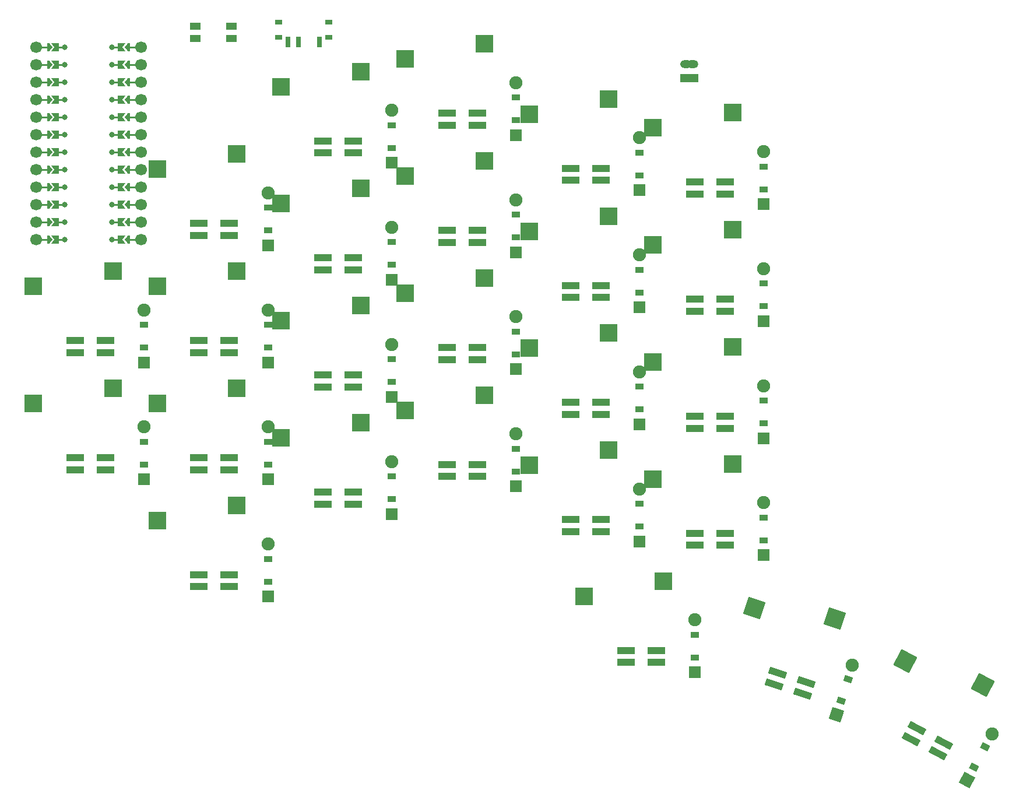
<source format=gbr>
%TF.GenerationSoftware,KiCad,Pcbnew,9.0.6*%
%TF.CreationDate,2025-11-09T20:29:50+01:00*%
%TF.ProjectId,main_pcb,6d61696e-5f70-4636-922e-6b696361645f,v1.0.0*%
%TF.SameCoordinates,Original*%
%TF.FileFunction,Copper,L1,Top*%
%TF.FilePolarity,Positive*%
%FSLAX46Y46*%
G04 Gerber Fmt 4.6, Leading zero omitted, Abs format (unit mm)*
G04 Created by KiCad (PCBNEW 9.0.6) date 2025-11-09 20:29:50*
%MOMM*%
%LPD*%
G01*
G04 APERTURE LIST*
G04 Aperture macros list*
%AMRotRect*
0 Rectangle, with rotation*
0 The origin of the aperture is its center*
0 $1 length*
0 $2 width*
0 $3 Rotation angle, in degrees counterclockwise*
0 Add horizontal line*
21,1,$1,$2,0,0,$3*%
%AMFreePoly0*
4,1,6,0.250000,0.000000,-0.250000,-0.625000,-0.500000,-0.625000,-0.500000,0.625000,-0.250000,0.625000,0.250000,0.000000,0.250000,0.000000,$1*%
%AMFreePoly1*
4,1,6,0.500000,-0.625000,-0.650000,-0.625000,-0.150000,0.000000,-0.650000,0.625000,0.500000,0.625000,0.500000,-0.625000,0.500000,-0.625000,$1*%
G04 Aperture macros list end*
%TA.AperFunction,SMDPad,CuDef*%
%ADD10R,2.600000X2.600000*%
%TD*%
%TA.AperFunction,SMDPad,CuDef*%
%ADD11RotRect,2.600000X2.600000X342.000000*%
%TD*%
%TA.AperFunction,SMDPad,CuDef*%
%ADD12RotRect,2.600000X2.600000X332.000000*%
%TD*%
%TA.AperFunction,ComponentPad*%
%ADD13C,1.700000*%
%TD*%
%TA.AperFunction,ComponentPad*%
%ADD14C,0.800000*%
%TD*%
%TA.AperFunction,SMDPad,CuDef*%
%ADD15FreePoly0,0.000000*%
%TD*%
%TA.AperFunction,SMDPad,CuDef*%
%ADD16FreePoly1,0.000000*%
%TD*%
%TA.AperFunction,SMDPad,CuDef*%
%ADD17FreePoly1,180.000000*%
%TD*%
%TA.AperFunction,SMDPad,CuDef*%
%ADD18FreePoly0,180.000000*%
%TD*%
%TA.AperFunction,SMDPad,CuDef*%
%ADD19R,1.550000X1.000000*%
%TD*%
%TA.AperFunction,SMDPad,CuDef*%
%ADD20R,1.200000X0.900000*%
%TD*%
%TA.AperFunction,ComponentPad*%
%ADD21R,1.778000X1.778000*%
%TD*%
%TA.AperFunction,ComponentPad*%
%ADD22C,1.905000*%
%TD*%
%TA.AperFunction,SMDPad,CuDef*%
%ADD23RotRect,0.900000X1.200000X72.000000*%
%TD*%
%TA.AperFunction,ComponentPad*%
%ADD24RotRect,1.778000X1.778000X72.000000*%
%TD*%
%TA.AperFunction,SMDPad,CuDef*%
%ADD25RotRect,0.900000X1.200000X62.000000*%
%TD*%
%TA.AperFunction,ComponentPad*%
%ADD26RotRect,1.778000X1.778000X62.000000*%
%TD*%
%TA.AperFunction,SMDPad,CuDef*%
%ADD27R,2.600000X1.000000*%
%TD*%
%TA.AperFunction,SMDPad,CuDef*%
%ADD28RotRect,2.600000X1.000000X342.000000*%
%TD*%
%TA.AperFunction,SMDPad,CuDef*%
%ADD29RotRect,2.600000X1.000000X332.000000*%
%TD*%
%TA.AperFunction,ComponentPad*%
%ADD30R,1.700000X1.200000*%
%TD*%
%TA.AperFunction,ComponentPad*%
%ADD31O,1.700000X1.200000*%
%TD*%
%TA.AperFunction,SMDPad,CuDef*%
%ADD32R,1.000000X0.800000*%
%TD*%
%TA.AperFunction,SMDPad,CuDef*%
%ADD33R,0.700000X1.500000*%
%TD*%
%TA.AperFunction,Conductor*%
%ADD34C,0.250000*%
%TD*%
G04 APERTURE END LIST*
D10*
%TO.P,S1,1*%
%TO.N,P1*%
X103275000Y-144050000D03*
%TO.P,S1,2*%
%TO.N,pinky_bottom*%
X91725000Y-146250000D03*
%TD*%
%TO.P,S2,1*%
%TO.N,P1*%
X103275000Y-127050000D03*
%TO.P,S2,2*%
%TO.N,pinky_home*%
X91725000Y-129250000D03*
%TD*%
%TO.P,S3,1*%
%TO.N,P1*%
X103275000Y-110050000D03*
%TO.P,S3,2*%
%TO.N,pinky_top*%
X91725000Y-112250000D03*
%TD*%
%TO.P,S4,1*%
%TO.N,P1*%
X103275000Y-93050000D03*
%TO.P,S4,2*%
%TO.N,pinky_num*%
X91725000Y-95250000D03*
%TD*%
%TO.P,S5,1*%
%TO.N,P2*%
X121275000Y-132050000D03*
%TO.P,S5,2*%
%TO.N,ring_bottom*%
X109725000Y-134250000D03*
%TD*%
%TO.P,S6,1*%
%TO.N,P2*%
X121275000Y-115050000D03*
%TO.P,S6,2*%
%TO.N,ring_home*%
X109725000Y-117250000D03*
%TD*%
%TO.P,S7,1*%
%TO.N,P2*%
X121275000Y-98050000D03*
%TO.P,S7,2*%
%TO.N,ring_top*%
X109725000Y-100250000D03*
%TD*%
%TO.P,S8,1*%
%TO.N,P2*%
X121275000Y-81050000D03*
%TO.P,S8,2*%
%TO.N,ring_num*%
X109725000Y-83250000D03*
%TD*%
%TO.P,S9,1*%
%TO.N,P3*%
X139275000Y-128050000D03*
%TO.P,S9,2*%
%TO.N,middle_bottom*%
X127725000Y-130250000D03*
%TD*%
%TO.P,S10,1*%
%TO.N,P3*%
X139275000Y-111050000D03*
%TO.P,S10,2*%
%TO.N,middle_home*%
X127725000Y-113250000D03*
%TD*%
%TO.P,S11,1*%
%TO.N,P3*%
X139275000Y-94050000D03*
%TO.P,S11,2*%
%TO.N,middle_top*%
X127725000Y-96250000D03*
%TD*%
%TO.P,S12,1*%
%TO.N,P3*%
X139275000Y-77050000D03*
%TO.P,S12,2*%
%TO.N,middle_num*%
X127725000Y-79250000D03*
%TD*%
%TO.P,S13,1*%
%TO.N,P4*%
X157275000Y-136050000D03*
%TO.P,S13,2*%
%TO.N,index_bottom*%
X145725000Y-138250000D03*
%TD*%
%TO.P,S14,1*%
%TO.N,P4*%
X157275000Y-119050000D03*
%TO.P,S14,2*%
%TO.N,index_home*%
X145725000Y-121250000D03*
%TD*%
%TO.P,S15,1*%
%TO.N,P4*%
X157275000Y-102050000D03*
%TO.P,S15,2*%
%TO.N,index_top*%
X145725000Y-104250000D03*
%TD*%
%TO.P,S16,1*%
%TO.N,P4*%
X157275000Y-85050000D03*
%TO.P,S16,2*%
%TO.N,index_num*%
X145725000Y-87250000D03*
%TD*%
%TO.P,S17,1*%
%TO.N,P5*%
X175275000Y-138050000D03*
%TO.P,S17,2*%
%TO.N,inner_bottom*%
X163725000Y-140250000D03*
%TD*%
%TO.P,S18,1*%
%TO.N,P5*%
X175275000Y-121050000D03*
%TO.P,S18,2*%
%TO.N,inner_home*%
X163725000Y-123250000D03*
%TD*%
%TO.P,S19,1*%
%TO.N,P5*%
X175275000Y-104050000D03*
%TO.P,S19,2*%
%TO.N,inner_top*%
X163725000Y-106250000D03*
%TD*%
%TO.P,S20,1*%
%TO.N,P5*%
X175275000Y-87050000D03*
%TO.P,S20,2*%
%TO.N,inner_num*%
X163725000Y-89250000D03*
%TD*%
%TO.P,S21,1*%
%TO.N,P0*%
X85275000Y-127050000D03*
%TO.P,S21,2*%
%TO.N,outer_top*%
X73725000Y-129250000D03*
%TD*%
%TO.P,S22,1*%
%TO.N,P0*%
X85275000Y-110050000D03*
%TO.P,S22,2*%
%TO.N,outer_home*%
X73725000Y-112250000D03*
%TD*%
%TO.P,S23,1*%
%TO.N,P3*%
X165275000Y-155050000D03*
%TO.P,S23,2*%
%TO.N,near_thumb*%
X153725000Y-157250000D03*
%TD*%
D11*
%TO.P,S24,1*%
%TO.N,P4*%
X190147192Y-160501939D03*
%TO.P,S24,2*%
%TO.N,home_thumb*%
X178482652Y-159025117D03*
%TD*%
D12*
%TO.P,S25,1*%
%TO.N,P5*%
X211614029Y-170139559D03*
%TO.P,S25,2*%
%TO.N,far_thumb*%
X200383147Y-166659647D03*
%TD*%
D13*
%TO.P,MCU1,24*%
%TO.N,MCU1_24*%
X74105000Y-77500000D03*
%TO.P,MCU1,1*%
%TO.N,MCU1_1*%
X89345000Y-77500000D03*
D14*
%TO.P,MCU1,124*%
%TO.N,P1*%
X78325000Y-77500000D03*
%TO.P,MCU1,101*%
%TO.N,RAW*%
X85125000Y-77500000D03*
D15*
%TO.P,MCU1,24*%
%TO.N,MCU1_24*%
X76225000Y-77500000D03*
D16*
%TO.P,MCU1,124*%
%TO.N,P1*%
X76950000Y-77500000D03*
D17*
%TO.P,MCU1,101*%
%TO.N,RAW*%
X86500000Y-77500000D03*
D18*
%TO.P,MCU1,1*%
%TO.N,MCU1_1*%
X87225000Y-77500000D03*
D13*
%TO.P,MCU1,23*%
%TO.N,MCU1_23*%
X74105000Y-80040000D03*
%TO.P,MCU1,2*%
%TO.N,MCU1_2*%
X89345000Y-80040000D03*
D14*
%TO.P,MCU1,123*%
%TO.N,P0*%
X78325000Y-80040000D03*
%TO.P,MCU1,102*%
%TO.N,GND*%
X85125000Y-80040000D03*
D15*
%TO.P,MCU1,23*%
%TO.N,MCU1_23*%
X76225000Y-80040000D03*
D16*
%TO.P,MCU1,123*%
%TO.N,P0*%
X76950000Y-80040000D03*
D17*
%TO.P,MCU1,102*%
%TO.N,GND*%
X86500000Y-80040000D03*
D18*
%TO.P,MCU1,2*%
%TO.N,MCU1_2*%
X87225000Y-80040000D03*
D13*
%TO.P,MCU1,22*%
%TO.N,MCU1_22*%
X74105000Y-82580000D03*
%TO.P,MCU1,3*%
%TO.N,MCU1_3*%
X89345000Y-82580000D03*
D14*
%TO.P,MCU1,122*%
%TO.N,GND*%
X78325000Y-82580000D03*
%TO.P,MCU1,103*%
%TO.N,RST*%
X85125000Y-82580000D03*
D15*
%TO.P,MCU1,22*%
%TO.N,MCU1_22*%
X76225000Y-82580000D03*
D16*
%TO.P,MCU1,122*%
%TO.N,GND*%
X76950000Y-82580000D03*
D17*
%TO.P,MCU1,103*%
%TO.N,RST*%
X86500000Y-82580000D03*
D18*
%TO.P,MCU1,3*%
%TO.N,MCU1_3*%
X87225000Y-82580000D03*
D13*
%TO.P,MCU1,21*%
%TO.N,MCU1_21*%
X74105000Y-85120000D03*
%TO.P,MCU1,4*%
%TO.N,MCU1_4*%
X89345000Y-85120000D03*
D14*
%TO.P,MCU1,121*%
%TO.N,GND*%
X78325000Y-85120000D03*
%TO.P,MCU1,104*%
%TO.N,VCC*%
X85125000Y-85120000D03*
D15*
%TO.P,MCU1,21*%
%TO.N,MCU1_21*%
X76225000Y-85120000D03*
D16*
%TO.P,MCU1,121*%
%TO.N,GND*%
X76950000Y-85120000D03*
D17*
%TO.P,MCU1,104*%
%TO.N,VCC*%
X86500000Y-85120000D03*
D18*
%TO.P,MCU1,4*%
%TO.N,MCU1_4*%
X87225000Y-85120000D03*
D13*
%TO.P,MCU1,20*%
%TO.N,MCU1_20*%
X74105000Y-87660000D03*
%TO.P,MCU1,5*%
%TO.N,MCU1_5*%
X89345000Y-87660000D03*
D14*
%TO.P,MCU1,120*%
%TO.N,P2*%
X78325000Y-87660000D03*
%TO.P,MCU1,105*%
%TO.N,P21*%
X85125000Y-87660000D03*
D15*
%TO.P,MCU1,20*%
%TO.N,MCU1_20*%
X76225000Y-87660000D03*
D16*
%TO.P,MCU1,120*%
%TO.N,P2*%
X76950000Y-87660000D03*
D17*
%TO.P,MCU1,105*%
%TO.N,P21*%
X86500000Y-87660000D03*
D18*
%TO.P,MCU1,5*%
%TO.N,MCU1_5*%
X87225000Y-87660000D03*
D13*
%TO.P,MCU1,19*%
%TO.N,MCU1_19*%
X74105000Y-90200000D03*
%TO.P,MCU1,6*%
%TO.N,MCU1_6*%
X89345000Y-90200000D03*
D14*
%TO.P,MCU1,119*%
%TO.N,P3*%
X78325000Y-90200000D03*
%TO.P,MCU1,106*%
%TO.N,P20*%
X85125000Y-90200000D03*
D15*
%TO.P,MCU1,19*%
%TO.N,MCU1_19*%
X76225000Y-90200000D03*
D16*
%TO.P,MCU1,119*%
%TO.N,P3*%
X76950000Y-90200000D03*
D17*
%TO.P,MCU1,106*%
%TO.N,P20*%
X86500000Y-90200000D03*
D18*
%TO.P,MCU1,6*%
%TO.N,MCU1_6*%
X87225000Y-90200000D03*
D13*
%TO.P,MCU1,18*%
%TO.N,MCU1_18*%
X74105000Y-92740000D03*
%TO.P,MCU1,7*%
%TO.N,MCU1_7*%
X89345000Y-92740000D03*
D14*
%TO.P,MCU1,118*%
%TO.N,P4*%
X78325000Y-92740000D03*
%TO.P,MCU1,107*%
%TO.N,P19*%
X85125000Y-92740000D03*
D15*
%TO.P,MCU1,18*%
%TO.N,MCU1_18*%
X76225000Y-92740000D03*
D16*
%TO.P,MCU1,118*%
%TO.N,P4*%
X76950000Y-92740000D03*
D17*
%TO.P,MCU1,107*%
%TO.N,P19*%
X86500000Y-92740000D03*
D18*
%TO.P,MCU1,7*%
%TO.N,MCU1_7*%
X87225000Y-92740000D03*
D13*
%TO.P,MCU1,17*%
%TO.N,MCU1_17*%
X74105000Y-95280000D03*
%TO.P,MCU1,8*%
%TO.N,MCU1_8*%
X89345000Y-95280000D03*
D14*
%TO.P,MCU1,117*%
%TO.N,P5*%
X78325000Y-95280000D03*
%TO.P,MCU1,108*%
%TO.N,P18*%
X85125000Y-95280000D03*
D15*
%TO.P,MCU1,17*%
%TO.N,MCU1_17*%
X76225000Y-95280000D03*
D16*
%TO.P,MCU1,117*%
%TO.N,P5*%
X76950000Y-95280000D03*
D17*
%TO.P,MCU1,108*%
%TO.N,P18*%
X86500000Y-95280000D03*
D18*
%TO.P,MCU1,8*%
%TO.N,MCU1_8*%
X87225000Y-95280000D03*
D13*
%TO.P,MCU1,16*%
%TO.N,MCU1_16*%
X74105000Y-97820000D03*
%TO.P,MCU1,9*%
%TO.N,MCU1_9*%
X89345000Y-97820000D03*
D14*
%TO.P,MCU1,116*%
%TO.N,P6*%
X78325000Y-97820000D03*
%TO.P,MCU1,109*%
%TO.N,P15*%
X85125000Y-97820000D03*
D15*
%TO.P,MCU1,16*%
%TO.N,MCU1_16*%
X76225000Y-97820000D03*
D16*
%TO.P,MCU1,116*%
%TO.N,P6*%
X76950000Y-97820000D03*
D17*
%TO.P,MCU1,109*%
%TO.N,P15*%
X86500000Y-97820000D03*
D18*
%TO.P,MCU1,9*%
%TO.N,MCU1_9*%
X87225000Y-97820000D03*
D13*
%TO.P,MCU1,15*%
%TO.N,MCU1_15*%
X74105000Y-100360000D03*
%TO.P,MCU1,10*%
%TO.N,MCU1_10*%
X89345000Y-100360000D03*
D14*
%TO.P,MCU1,115*%
%TO.N,P7*%
X78325000Y-100360000D03*
%TO.P,MCU1,110*%
%TO.N,P14*%
X85125000Y-100360000D03*
D15*
%TO.P,MCU1,15*%
%TO.N,MCU1_15*%
X76225000Y-100360000D03*
D16*
%TO.P,MCU1,115*%
%TO.N,P7*%
X76950000Y-100360000D03*
D17*
%TO.P,MCU1,110*%
%TO.N,P14*%
X86500000Y-100360000D03*
D18*
%TO.P,MCU1,10*%
%TO.N,MCU1_10*%
X87225000Y-100360000D03*
D13*
%TO.P,MCU1,14*%
%TO.N,MCU1_14*%
X74105000Y-102900000D03*
%TO.P,MCU1,11*%
%TO.N,MCU1_11*%
X89345000Y-102900000D03*
D14*
%TO.P,MCU1,114*%
%TO.N,P8*%
X78325000Y-102900000D03*
%TO.P,MCU1,111*%
%TO.N,P16*%
X85125000Y-102900000D03*
D15*
%TO.P,MCU1,14*%
%TO.N,MCU1_14*%
X76225000Y-102900000D03*
D16*
%TO.P,MCU1,114*%
%TO.N,P8*%
X76950000Y-102900000D03*
D17*
%TO.P,MCU1,111*%
%TO.N,P16*%
X86500000Y-102900000D03*
D18*
%TO.P,MCU1,11*%
%TO.N,MCU1_11*%
X87225000Y-102900000D03*
D13*
%TO.P,MCU1,13*%
%TO.N,MCU1_13*%
X74105000Y-105440000D03*
%TO.P,MCU1,12*%
%TO.N,MCU1_12*%
X89345000Y-105440000D03*
D14*
%TO.P,MCU1,113*%
%TO.N,P9*%
X78325000Y-105440000D03*
%TO.P,MCU1,112*%
%TO.N,P10*%
X85125000Y-105440000D03*
D15*
%TO.P,MCU1,13*%
%TO.N,MCU1_13*%
X76225000Y-105440000D03*
D16*
%TO.P,MCU1,113*%
%TO.N,P9*%
X76950000Y-105440000D03*
D17*
%TO.P,MCU1,112*%
%TO.N,P10*%
X86500000Y-105440000D03*
D18*
%TO.P,MCU1,12*%
%TO.N,MCU1_12*%
X87225000Y-105440000D03*
%TD*%
D19*
%TO.P,B2,1*%
%TO.N,GND*%
X97250000Y-74525000D03*
X102500000Y-74525000D03*
%TO.P,B2,2*%
%TO.N,RST*%
X97250000Y-76225000D03*
X102500000Y-76225000D03*
%TD*%
D20*
%TO.P,D1,1*%
%TO.N,P9*%
X107800000Y-155150000D03*
%TO.P,D1,2*%
%TO.N,main_pinky_bottom*%
X107800000Y-151850000D03*
D21*
%TO.P,D1,1*%
%TO.N,P9*%
X107800000Y-157310000D03*
D22*
%TO.P,D1,2*%
%TO.N,main_pinky_bottom*%
X107800000Y-149690000D03*
%TD*%
D20*
%TO.P,D2,1*%
%TO.N,P8*%
X107800000Y-138150000D03*
%TO.P,D2,2*%
%TO.N,main_pinky_home*%
X107800000Y-134850000D03*
D21*
%TO.P,D2,1*%
%TO.N,P8*%
X107800000Y-140310000D03*
D22*
%TO.P,D2,2*%
%TO.N,main_pinky_home*%
X107800000Y-132690000D03*
%TD*%
D20*
%TO.P,D3,1*%
%TO.N,P7*%
X107800000Y-121150000D03*
%TO.P,D3,2*%
%TO.N,main_pinky_top*%
X107800000Y-117850000D03*
D21*
%TO.P,D3,1*%
%TO.N,P7*%
X107800000Y-123310000D03*
D22*
%TO.P,D3,2*%
%TO.N,main_pinky_top*%
X107800000Y-115690000D03*
%TD*%
D20*
%TO.P,D4,1*%
%TO.N,P6*%
X107800000Y-104150000D03*
%TO.P,D4,2*%
%TO.N,main_pinky_num*%
X107800000Y-100850000D03*
D21*
%TO.P,D4,1*%
%TO.N,P6*%
X107800000Y-106310000D03*
D22*
%TO.P,D4,2*%
%TO.N,main_pinky_num*%
X107800000Y-98690000D03*
%TD*%
D20*
%TO.P,D5,1*%
%TO.N,P9*%
X125800000Y-143150000D03*
%TO.P,D5,2*%
%TO.N,main_ring_bottom*%
X125800000Y-139850000D03*
D21*
%TO.P,D5,1*%
%TO.N,P9*%
X125800000Y-145310000D03*
D22*
%TO.P,D5,2*%
%TO.N,main_ring_bottom*%
X125800000Y-137690000D03*
%TD*%
D20*
%TO.P,D6,1*%
%TO.N,P8*%
X125800000Y-126150000D03*
%TO.P,D6,2*%
%TO.N,main_ring_home*%
X125800000Y-122850000D03*
D21*
%TO.P,D6,1*%
%TO.N,P8*%
X125800000Y-128310000D03*
D22*
%TO.P,D6,2*%
%TO.N,main_ring_home*%
X125800000Y-120690000D03*
%TD*%
D20*
%TO.P,D7,1*%
%TO.N,P7*%
X125800000Y-109150000D03*
%TO.P,D7,2*%
%TO.N,main_ring_top*%
X125800000Y-105850000D03*
D21*
%TO.P,D7,1*%
%TO.N,P7*%
X125800000Y-111310000D03*
D22*
%TO.P,D7,2*%
%TO.N,main_ring_top*%
X125800000Y-103690000D03*
%TD*%
D20*
%TO.P,D8,1*%
%TO.N,P6*%
X125800000Y-92150000D03*
%TO.P,D8,2*%
%TO.N,main_ring_num*%
X125800000Y-88850000D03*
D21*
%TO.P,D8,1*%
%TO.N,P6*%
X125800000Y-94310000D03*
D22*
%TO.P,D8,2*%
%TO.N,main_ring_num*%
X125800000Y-86690000D03*
%TD*%
D20*
%TO.P,D9,1*%
%TO.N,P9*%
X143800000Y-139150000D03*
%TO.P,D9,2*%
%TO.N,main_middle_bottom*%
X143800000Y-135850000D03*
D21*
%TO.P,D9,1*%
%TO.N,P9*%
X143800000Y-141310000D03*
D22*
%TO.P,D9,2*%
%TO.N,main_middle_bottom*%
X143800000Y-133690000D03*
%TD*%
D20*
%TO.P,D10,1*%
%TO.N,P8*%
X143800000Y-122150000D03*
%TO.P,D10,2*%
%TO.N,main_middle_home*%
X143800000Y-118850000D03*
D21*
%TO.P,D10,1*%
%TO.N,P8*%
X143800000Y-124310000D03*
D22*
%TO.P,D10,2*%
%TO.N,main_middle_home*%
X143800000Y-116690000D03*
%TD*%
D20*
%TO.P,D11,1*%
%TO.N,P7*%
X143800000Y-105150000D03*
%TO.P,D11,2*%
%TO.N,main_middle_top*%
X143800000Y-101850000D03*
D21*
%TO.P,D11,1*%
%TO.N,P7*%
X143800000Y-107310000D03*
D22*
%TO.P,D11,2*%
%TO.N,main_middle_top*%
X143800000Y-99690000D03*
%TD*%
D20*
%TO.P,D12,1*%
%TO.N,P6*%
X143800000Y-88150000D03*
%TO.P,D12,2*%
%TO.N,main_middle_num*%
X143800000Y-84850000D03*
D21*
%TO.P,D12,1*%
%TO.N,P6*%
X143800000Y-90310000D03*
D22*
%TO.P,D12,2*%
%TO.N,main_middle_num*%
X143800000Y-82690000D03*
%TD*%
D20*
%TO.P,D13,1*%
%TO.N,P9*%
X161800000Y-147150000D03*
%TO.P,D13,2*%
%TO.N,main_index_bottom*%
X161800000Y-143850000D03*
D21*
%TO.P,D13,1*%
%TO.N,P9*%
X161800000Y-149310000D03*
D22*
%TO.P,D13,2*%
%TO.N,main_index_bottom*%
X161800000Y-141690000D03*
%TD*%
D20*
%TO.P,D14,1*%
%TO.N,P8*%
X161800000Y-130150000D03*
%TO.P,D14,2*%
%TO.N,main_index_home*%
X161800000Y-126850000D03*
D21*
%TO.P,D14,1*%
%TO.N,P8*%
X161800000Y-132310000D03*
D22*
%TO.P,D14,2*%
%TO.N,main_index_home*%
X161800000Y-124690000D03*
%TD*%
D20*
%TO.P,D15,1*%
%TO.N,P7*%
X161800000Y-113150000D03*
%TO.P,D15,2*%
%TO.N,main_index_top*%
X161800000Y-109850000D03*
D21*
%TO.P,D15,1*%
%TO.N,P7*%
X161800000Y-115310000D03*
D22*
%TO.P,D15,2*%
%TO.N,main_index_top*%
X161800000Y-107690000D03*
%TD*%
D20*
%TO.P,D16,1*%
%TO.N,P6*%
X161800000Y-96150000D03*
%TO.P,D16,2*%
%TO.N,main_index_num*%
X161800000Y-92850000D03*
D21*
%TO.P,D16,1*%
%TO.N,P6*%
X161800000Y-98310000D03*
D22*
%TO.P,D16,2*%
%TO.N,main_index_num*%
X161800000Y-90690000D03*
%TD*%
D20*
%TO.P,D17,1*%
%TO.N,P9*%
X179800000Y-149150000D03*
%TO.P,D17,2*%
%TO.N,main_inner_bottom*%
X179800000Y-145850000D03*
D21*
%TO.P,D17,1*%
%TO.N,P9*%
X179800000Y-151310000D03*
D22*
%TO.P,D17,2*%
%TO.N,main_inner_bottom*%
X179800000Y-143690000D03*
%TD*%
D20*
%TO.P,D18,1*%
%TO.N,P8*%
X179800000Y-132150000D03*
%TO.P,D18,2*%
%TO.N,main_inner_home*%
X179800000Y-128850000D03*
D21*
%TO.P,D18,1*%
%TO.N,P8*%
X179800000Y-134310000D03*
D22*
%TO.P,D18,2*%
%TO.N,main_inner_home*%
X179800000Y-126690000D03*
%TD*%
D20*
%TO.P,D19,1*%
%TO.N,P7*%
X179800000Y-115150000D03*
%TO.P,D19,2*%
%TO.N,main_inner_top*%
X179800000Y-111850000D03*
D21*
%TO.P,D19,1*%
%TO.N,P7*%
X179800000Y-117310000D03*
D22*
%TO.P,D19,2*%
%TO.N,main_inner_top*%
X179800000Y-109690000D03*
%TD*%
D20*
%TO.P,D20,1*%
%TO.N,P6*%
X179800000Y-98150000D03*
%TO.P,D20,2*%
%TO.N,main_inner_num*%
X179800000Y-94850000D03*
D21*
%TO.P,D20,1*%
%TO.N,P6*%
X179800000Y-100310000D03*
D22*
%TO.P,D20,2*%
%TO.N,main_inner_num*%
X179800000Y-92690000D03*
%TD*%
D20*
%TO.P,D21,1*%
%TO.N,P7*%
X89800000Y-138150000D03*
%TO.P,D21,2*%
%TO.N,outer_outer_top*%
X89800000Y-134850000D03*
D21*
%TO.P,D21,1*%
%TO.N,P7*%
X89800000Y-140310000D03*
D22*
%TO.P,D21,2*%
%TO.N,outer_outer_top*%
X89800000Y-132690000D03*
%TD*%
D20*
%TO.P,D22,1*%
%TO.N,P8*%
X89800000Y-121150000D03*
%TO.P,D22,2*%
%TO.N,outer_outer_home*%
X89800000Y-117850000D03*
D21*
%TO.P,D22,1*%
%TO.N,P8*%
X89800000Y-123310000D03*
D22*
%TO.P,D22,2*%
%TO.N,outer_outer_home*%
X89800000Y-115690000D03*
%TD*%
D20*
%TO.P,D23,1*%
%TO.N,P10*%
X169800000Y-166150000D03*
%TO.P,D23,2*%
%TO.N,thumbfan_near_thumb*%
X169800000Y-162850000D03*
D21*
%TO.P,D23,1*%
%TO.N,P10*%
X169800000Y-168310000D03*
D22*
%TO.P,D23,2*%
%TO.N,thumbfan_near_thumb*%
X169800000Y-160690000D03*
%TD*%
D23*
%TO.P,D24,1*%
%TO.N,P10*%
X191020634Y-172456969D03*
%TO.P,D24,2*%
%TO.N,thumbfan_home_thumb*%
X192040390Y-169318483D03*
D24*
%TO.P,D24,1*%
%TO.N,P10*%
X190353157Y-174511251D03*
D22*
%TO.P,D24,2*%
%TO.N,thumbfan_home_thumb*%
X192707867Y-167264201D03*
%TD*%
D25*
%TO.P,D25,1*%
%TO.N,P10*%
X210398233Y-182064637D03*
%TO.P,D25,2*%
%TO.N,thumbfan_far_thumb*%
X211947489Y-179150909D03*
D26*
%TO.P,D25,1*%
%TO.N,P10*%
X209384174Y-183971803D03*
D22*
%TO.P,D25,2*%
%TO.N,thumbfan_far_thumb*%
X212961548Y-177243743D03*
%TD*%
D27*
%TO.P,LED1,1*%
%TO.N,VCC*%
X97800000Y-154125000D03*
%TO.P,LED1,2*%
%TO.N,rgb_main_ring_bottom*%
X97800000Y-155875000D03*
%TO.P,LED1,3*%
%TO.N,GND*%
X102200000Y-155875000D03*
%TO.P,LED1,4*%
%TO.N,rgb_main_pinky_bottom*%
X102200000Y-154125000D03*
%TD*%
%TO.P,LED2,1*%
%TO.N,VCC*%
X97800000Y-137125000D03*
%TO.P,LED2,2*%
%TO.N,rgb_main_pinky_bottom*%
X97800000Y-138875000D03*
%TO.P,LED2,3*%
%TO.N,GND*%
X102200000Y-138875000D03*
%TO.P,LED2,4*%
%TO.N,rgb_main_pinky_home*%
X102200000Y-137125000D03*
%TD*%
%TO.P,LED3,1*%
%TO.N,VCC*%
X97800000Y-120125000D03*
%TO.P,LED3,2*%
%TO.N,rgb_main_outer_top*%
X97800000Y-121875000D03*
%TO.P,LED3,3*%
%TO.N,GND*%
X102200000Y-121875000D03*
%TO.P,LED3,4*%
%TO.N,rgb_main_pinky_top*%
X102200000Y-120125000D03*
%TD*%
%TO.P,LED4,1*%
%TO.N,VCC*%
X97800000Y-103125000D03*
%TO.P,LED4,2*%
%TO.N,rgb_main_pinky_top*%
X97800000Y-104875000D03*
%TO.P,LED4,3*%
%TO.N,GND*%
X102200000Y-104875000D03*
%TO.P,LED4,4*%
%TO.N,rgb_main_pinky_num*%
X102200000Y-103125000D03*
%TD*%
%TO.P,LED5,1*%
%TO.N,VCC*%
X115800000Y-142125000D03*
%TO.P,LED5,2*%
%TO.N,rgb_main_ring_home*%
X115800000Y-143875000D03*
%TO.P,LED5,3*%
%TO.N,GND*%
X120200000Y-143875000D03*
%TO.P,LED5,4*%
%TO.N,rgb_main_ring_bottom*%
X120200000Y-142125000D03*
%TD*%
%TO.P,LED6,1*%
%TO.N,VCC*%
X115800000Y-125125000D03*
%TO.P,LED6,2*%
%TO.N,rgb_main_ring_top*%
X115800000Y-126875000D03*
%TO.P,LED6,3*%
%TO.N,GND*%
X120200000Y-126875000D03*
%TO.P,LED6,4*%
%TO.N,rgb_main_ring_home*%
X120200000Y-125125000D03*
%TD*%
%TO.P,LED7,1*%
%TO.N,VCC*%
X115800000Y-108125000D03*
%TO.P,LED7,2*%
%TO.N,rgb_main_middle_top*%
X115800000Y-109875000D03*
%TO.P,LED7,3*%
%TO.N,GND*%
X120200000Y-109875000D03*
%TO.P,LED7,4*%
%TO.N,rgb_main_ring_top*%
X120200000Y-108125000D03*
%TD*%
%TO.P,LED8,1*%
%TO.N,VCC*%
X115800000Y-91125000D03*
%TO.P,LED8,2*%
%TO.N,rgb_main_pinky_num*%
X115800000Y-92875000D03*
%TO.P,LED8,3*%
%TO.N,GND*%
X120200000Y-92875000D03*
%TO.P,LED8,4*%
%TO.N,rgb_main_ring_num*%
X120200000Y-91125000D03*
%TD*%
%TO.P,LED9,1*%
%TO.N,VCC*%
X133800000Y-138125000D03*
%TO.P,LED9,2*%
%TO.N,rgb_main_index_bottom*%
X133800000Y-139875000D03*
%TO.P,LED9,3*%
%TO.N,GND*%
X138200000Y-139875000D03*
%TO.P,LED9,4*%
%TO.N,rgb_main_middle_bottom*%
X138200000Y-138125000D03*
%TD*%
%TO.P,LED10,1*%
%TO.N,VCC*%
X133800000Y-121125000D03*
%TO.P,LED10,2*%
%TO.N,rgb_main_middle_bottom*%
X133800000Y-122875000D03*
%TO.P,LED10,3*%
%TO.N,GND*%
X138200000Y-122875000D03*
%TO.P,LED10,4*%
%TO.N,rgb_main_middle_home*%
X138200000Y-121125000D03*
%TD*%
%TO.P,LED11,1*%
%TO.N,VCC*%
X133800000Y-104125000D03*
%TO.P,LED11,2*%
%TO.N,rgb_main_middle_home*%
X133800000Y-105875000D03*
%TO.P,LED11,3*%
%TO.N,GND*%
X138200000Y-105875000D03*
%TO.P,LED11,4*%
%TO.N,rgb_main_middle_top*%
X138200000Y-104125000D03*
%TD*%
%TO.P,LED12,1*%
%TO.N,VCC*%
X133800000Y-87125000D03*
%TO.P,LED12,2*%
%TO.N,rgb_main_ring_num*%
X133800000Y-88875000D03*
%TO.P,LED12,3*%
%TO.N,GND*%
X138200000Y-88875000D03*
%TO.P,LED12,4*%
%TO.N,rgb_main_middle_num*%
X138200000Y-87125000D03*
%TD*%
%TO.P,LED13,1*%
%TO.N,VCC*%
X151800000Y-146125000D03*
%TO.P,LED13,2*%
%TO.N,rgb_main_index_home*%
X151800000Y-147875000D03*
%TO.P,LED13,3*%
%TO.N,GND*%
X156200000Y-147875000D03*
%TO.P,LED13,4*%
%TO.N,rgb_main_index_bottom*%
X156200000Y-146125000D03*
%TD*%
%TO.P,LED14,1*%
%TO.N,VCC*%
X151800000Y-129125000D03*
%TO.P,LED14,2*%
%TO.N,rgb_main_index_top*%
X151800000Y-130875000D03*
%TO.P,LED14,3*%
%TO.N,GND*%
X156200000Y-130875000D03*
%TO.P,LED14,4*%
%TO.N,rgb_main_index_home*%
X156200000Y-129125000D03*
%TD*%
%TO.P,LED15,1*%
%TO.N,VCC*%
X151800000Y-112125000D03*
%TO.P,LED15,2*%
%TO.N,rgb_main_inner_top*%
X151800000Y-113875000D03*
%TO.P,LED15,3*%
%TO.N,GND*%
X156200000Y-113875000D03*
%TO.P,LED15,4*%
%TO.N,rgb_main_index_top*%
X156200000Y-112125000D03*
%TD*%
%TO.P,LED16,1*%
%TO.N,VCC*%
X151800000Y-95125000D03*
%TO.P,LED16,2*%
%TO.N,rgb_main_middle_num*%
X151800000Y-96875000D03*
%TO.P,LED16,3*%
%TO.N,GND*%
X156200000Y-96875000D03*
%TO.P,LED16,4*%
%TO.N,rgb_main_index_num*%
X156200000Y-95125000D03*
%TD*%
%TO.P,LED17,1*%
%TO.N,VCC*%
X169800000Y-148125000D03*
%TO.P,LED17,2*%
%TO.N,rgb_thumbfan_near*%
X169800000Y-149875000D03*
%TO.P,LED17,3*%
%TO.N,GND*%
X174200000Y-149875000D03*
%TO.P,LED17,4*%
%TO.N,rgb_main_inner_bottom*%
X174200000Y-148125000D03*
%TD*%
%TO.P,LED18,1*%
%TO.N,VCC*%
X169800000Y-131125000D03*
%TO.P,LED18,2*%
%TO.N,rgb_main_inner_bottom*%
X169800000Y-132875000D03*
%TO.P,LED18,3*%
%TO.N,GND*%
X174200000Y-132875000D03*
%TO.P,LED18,4*%
%TO.N,rgb_main_inner_home*%
X174200000Y-131125000D03*
%TD*%
%TO.P,LED19,1*%
%TO.N,VCC*%
X169800000Y-114125000D03*
%TO.P,LED19,2*%
%TO.N,rgb_main_inner_home*%
X169800000Y-115875000D03*
%TO.P,LED19,3*%
%TO.N,GND*%
X174200000Y-115875000D03*
%TO.P,LED19,4*%
%TO.N,rgb_main_inner_top*%
X174200000Y-114125000D03*
%TD*%
%TO.P,LED20,1*%
%TO.N,VCC*%
X169800000Y-97125000D03*
%TO.P,LED20,2*%
%TO.N,rgb_main_index_num*%
X169800000Y-98875000D03*
%TO.P,LED20,3*%
%TO.N,GND*%
X174200000Y-98875000D03*
%TO.P,LED20,4*%
%TO.N,P21*%
X174200000Y-97125000D03*
%TD*%
%TO.P,LED21,1*%
%TO.N,VCC*%
X79800000Y-137125000D03*
%TO.P,LED21,2*%
%TO.N,rgb_main_outer_home*%
X79800000Y-138875000D03*
%TO.P,LED21,3*%
%TO.N,GND*%
X84200000Y-138875000D03*
%TO.P,LED21,4*%
%TO.N,rgb_outer_outer_top*%
X84200000Y-137125000D03*
%TD*%
%TO.P,LED22,1*%
%TO.N,VCC*%
X79800000Y-120125000D03*
%TO.P,LED22,2*%
%TO.N,rgb_main_pinky_home*%
X79800000Y-121875000D03*
%TO.P,LED22,3*%
%TO.N,GND*%
X84200000Y-121875000D03*
%TO.P,LED22,4*%
%TO.N,rgb_outer_outer_home*%
X84200000Y-120125000D03*
%TD*%
%TO.P,LED23,1*%
%TO.N,VCC*%
X159800000Y-165125000D03*
%TO.P,LED23,2*%
%TO.N,rgb_thumbfan_home*%
X159800000Y-166875000D03*
%TO.P,LED23,3*%
%TO.N,GND*%
X164200000Y-166875000D03*
%TO.P,LED23,4*%
%TO.N,rgb_thumbfan_near_thumb*%
X164200000Y-165125000D03*
%TD*%
D28*
%TO.P,LED24,1*%
%TO.N,VCC*%
X181826812Y-168391966D03*
%TO.P,LED24,2*%
%TO.N,rgb_thumbfan_far*%
X181286032Y-170056315D03*
%TO.P,LED24,3*%
%TO.N,GND*%
X185470680Y-171415990D03*
%TO.P,LED24,4*%
%TO.N,rgb_thumbfan_home_thumb*%
X186011460Y-169751641D03*
%TD*%
D29*
%TO.P,LED25,1*%
%TO.N,VCC*%
X202049965Y-176464899D03*
%TO.P,LED25,2*%
%TO.N,N/C*%
X201228390Y-178010058D03*
%TO.P,LED25,3*%
%TO.N,GND*%
X205113359Y-180075733D03*
%TO.P,LED25,4*%
%TO.N,rgb_thumbfan_far_thumb*%
X205934934Y-178530574D03*
%TD*%
D30*
%TO.P,JST1,1*%
%TO.N,pos*%
X169500000Y-82000000D03*
D31*
%TO.P,JST1,2*%
%TO.N,GND*%
X169500000Y-80000000D03*
%TD*%
D30*
%TO.P,JST2,1*%
%TO.N,pos*%
X168500000Y-82000000D03*
D31*
%TO.P,JST2,2*%
%TO.N,GND*%
X168500000Y-80000000D03*
%TD*%
D32*
%TO.P,SW1,*%
%TO.N,*%
X109350000Y-73875000D03*
X109350000Y-76085000D03*
X116650000Y-76085000D03*
D33*
%TO.P,SW1,1*%
%TO.N,N/C*%
X115250000Y-76735000D03*
%TO.P,SW1,2*%
%TO.N,pos*%
X112250000Y-76735000D03*
%TO.P,SW1,3*%
%TO.N,RAW*%
X110750000Y-76735000D03*
D32*
%TO.P,SW1,*%
%TO.N,*%
X116650000Y-73875000D03*
%TD*%
D34*
%TO.N,RAW*%
X86500000Y-77500000D02*
X85125000Y-77500000D01*
%TO.N,P1*%
X76950000Y-77500000D02*
X78325000Y-77500000D01*
%TO.N,MCU1_24*%
X74105000Y-77500000D02*
X76225000Y-77500000D01*
%TO.N,MCU1_1*%
X87225000Y-77500000D02*
X89345000Y-77500000D01*
%TO.N,GND*%
X86500000Y-80040000D02*
X85125000Y-80040000D01*
%TO.N,P0*%
X76950000Y-80040000D02*
X78325000Y-80040000D01*
%TO.N,MCU1_23*%
X74105000Y-80040000D02*
X76225000Y-80040000D01*
%TO.N,MCU1_2*%
X87225000Y-80040000D02*
X89345000Y-80040000D01*
%TO.N,RST*%
X86500000Y-82580000D02*
X85125000Y-82580000D01*
%TO.N,GND*%
X76950000Y-82580000D02*
X78325000Y-82580000D01*
%TO.N,MCU1_22*%
X74105000Y-82580000D02*
X76225000Y-82580000D01*
%TO.N,MCU1_3*%
X87225000Y-82580000D02*
X89345000Y-82580000D01*
%TO.N,VCC*%
X86500000Y-85120000D02*
X85125000Y-85120000D01*
%TO.N,GND*%
X76950000Y-85120000D02*
X78325000Y-85120000D01*
%TO.N,MCU1_21*%
X74105000Y-85120000D02*
X76225000Y-85120000D01*
%TO.N,MCU1_4*%
X87225000Y-85120000D02*
X89345000Y-85120000D01*
%TO.N,P21*%
X86500000Y-87660000D02*
X85125000Y-87660000D01*
%TO.N,P2*%
X76950000Y-87660000D02*
X78325000Y-87660000D01*
%TO.N,MCU1_20*%
X74105000Y-87660000D02*
X76225000Y-87660000D01*
%TO.N,MCU1_5*%
X87225000Y-87660000D02*
X89345000Y-87660000D01*
%TO.N,P20*%
X86500000Y-90200000D02*
X85125000Y-90200000D01*
%TO.N,P3*%
X76950000Y-90200000D02*
X78325000Y-90200000D01*
%TO.N,MCU1_19*%
X74105000Y-90200000D02*
X76225000Y-90200000D01*
%TO.N,MCU1_6*%
X87225000Y-90200000D02*
X89345000Y-90200000D01*
%TO.N,P19*%
X86500000Y-92740000D02*
X85125000Y-92740000D01*
%TO.N,P4*%
X76950000Y-92740000D02*
X78325000Y-92740000D01*
%TO.N,MCU1_18*%
X74105000Y-92740000D02*
X76225000Y-92740000D01*
%TO.N,MCU1_7*%
X87225000Y-92740000D02*
X89345000Y-92740000D01*
%TO.N,P18*%
X86500000Y-95280000D02*
X85125000Y-95280000D01*
%TO.N,P5*%
X76950000Y-95280000D02*
X78325000Y-95280000D01*
%TO.N,MCU1_17*%
X74105000Y-95280000D02*
X76225000Y-95280000D01*
%TO.N,MCU1_8*%
X87225000Y-95280000D02*
X89345000Y-95280000D01*
%TO.N,P15*%
X86500000Y-97820000D02*
X85125000Y-97820000D01*
%TO.N,P6*%
X76950000Y-97820000D02*
X78325000Y-97820000D01*
%TO.N,MCU1_16*%
X74105000Y-97820000D02*
X76225000Y-97820000D01*
%TO.N,MCU1_9*%
X87225000Y-97820000D02*
X89345000Y-97820000D01*
%TO.N,P14*%
X86500000Y-100360000D02*
X85125000Y-100360000D01*
%TO.N,P7*%
X76950000Y-100360000D02*
X78325000Y-100360000D01*
%TO.N,MCU1_15*%
X74105000Y-100360000D02*
X76225000Y-100360000D01*
%TO.N,MCU1_10*%
X87225000Y-100360000D02*
X89345000Y-100360000D01*
%TO.N,P16*%
X86500000Y-102900000D02*
X85125000Y-102900000D01*
%TO.N,P8*%
X76950000Y-102900000D02*
X78325000Y-102900000D01*
%TO.N,MCU1_14*%
X74105000Y-102900000D02*
X76225000Y-102900000D01*
%TO.N,MCU1_11*%
X87225000Y-102900000D02*
X89345000Y-102900000D01*
%TO.N,P10*%
X86500000Y-105440000D02*
X85125000Y-105440000D01*
%TO.N,P9*%
X76950000Y-105440000D02*
X78325000Y-105440000D01*
%TO.N,MCU1_13*%
X74105000Y-105440000D02*
X76225000Y-105440000D01*
%TO.N,MCU1_12*%
X87225000Y-105440000D02*
X89345000Y-105440000D01*
%TD*%
M02*

</source>
